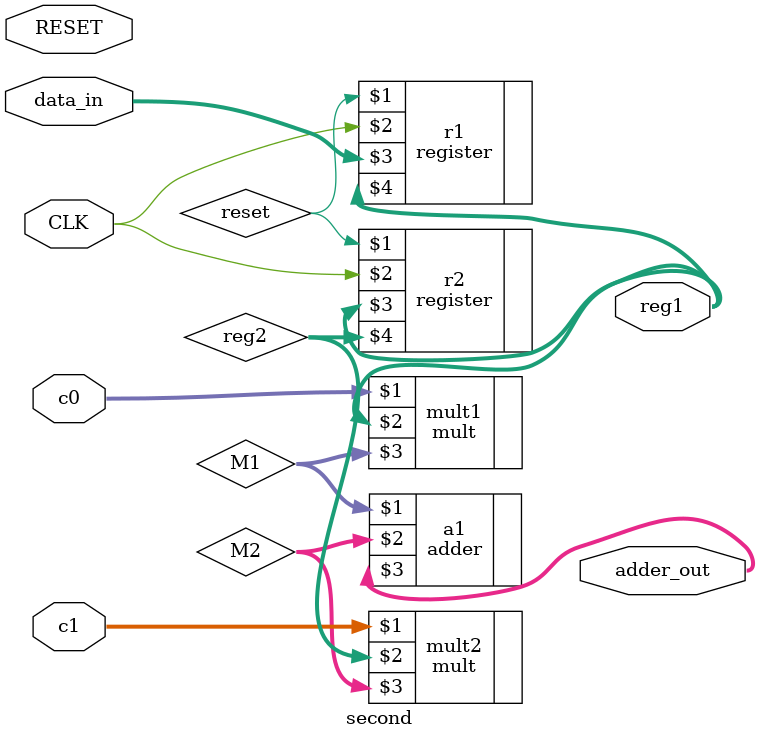
<source format=v>
`timescale 1 ns / 1 ns
 
module second(CLK, RESET, data_in, reg1, c0, c1,adder_out); // port declaration

//port definition
parameter width = 4; // widths
input CLK, RESET; // register clock and reset
input [width:0] c0, c1; // multiplier inputs as shown in figure
input [width-1:0] data_in; // register input
output [width-1:0] reg1; // output of register 1
output [2*width:0] adder_out; // output of adder
wire [width-1:0] reg2; // output of register 2
wire [2*width-1:0] M1, M2; // mult outputs


// instantiate register - register(reset, CLK, D, Q);
register #(.width(width)) r1(reset, CLK, data_in, reg1);
register #(.width(width)) r2(reset, CLK, reg1, reg2);


// instantiate multiplier - mult(a, b, res);
mult #(.width(width)) mult1(c0, reg1, M1);
mult #(.width(width)) mult2(c1, reg2, M2);

// instantiate adder - adder(x,y,sum)
adder #(.width(2*width)) a1(M1,M2,adder_out);

endmodule





</source>
